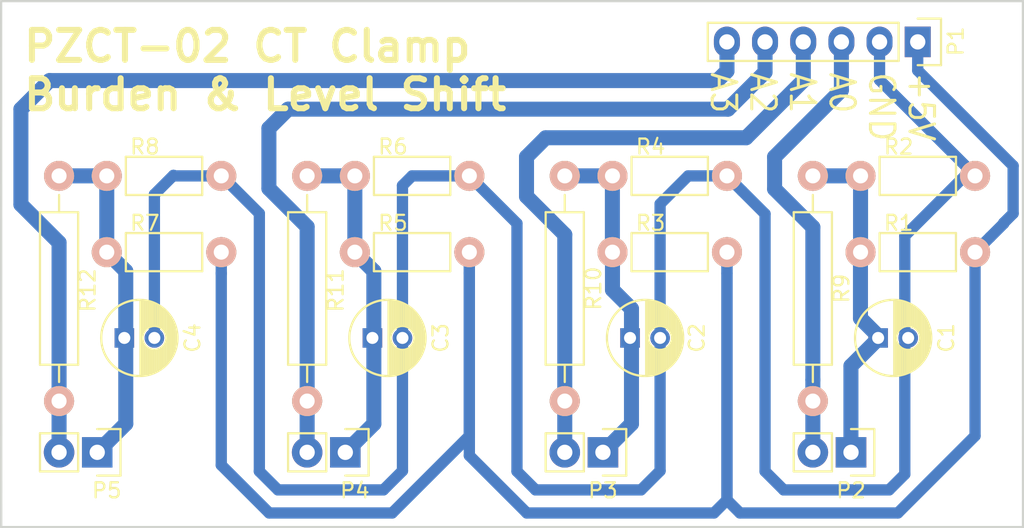
<source format=kicad_pcb>
(kicad_pcb (version 20160815) (host pcbnew "(2016-12-18 revision 3ffa37c)-master")

  (general
    (links 36)
    (no_connects 7)
    (area 50.056038 53.089999 118.20604 88.53013)
    (thickness 1.6)
    (drawings 6)
    (tracks 123)
    (zones 0)
    (modules 21)
    (nets 11)
  )

  (page A4)
  (layers
    (0 F.Cu signal)
    (31 B.Cu signal)
    (32 B.Adhes user)
    (33 F.Adhes user)
    (34 B.Paste user)
    (35 F.Paste user)
    (36 B.SilkS user)
    (37 F.SilkS user)
    (38 B.Mask user)
    (39 F.Mask user)
    (40 Dwgs.User user)
    (41 Cmts.User user)
    (42 Eco1.User user)
    (43 Eco2.User user)
    (44 Edge.Cuts user)
    (45 Margin user)
    (46 B.CrtYd user)
    (47 F.CrtYd user)
    (48 B.Fab user)
    (49 F.Fab user)
  )

  (setup
    (last_trace_width 0.75)
    (trace_clearance 0.75)
    (zone_clearance 0.508)
    (zone_45_only no)
    (trace_min 0.2)
    (segment_width 0.2)
    (edge_width 0.15)
    (via_size 0.8)
    (via_drill 0.4)
    (via_min_size 0.4)
    (via_min_drill 0.3)
    (uvia_size 0.3)
    (uvia_drill 0.1)
    (uvias_allowed no)
    (uvia_min_size 0.2)
    (uvia_min_drill 0.1)
    (pcb_text_width 0.3)
    (pcb_text_size 1.5 1.5)
    (mod_edge_width 0.15)
    (mod_text_size 1 1)
    (mod_text_width 0.15)
    (pad_size 1.524 1.524)
    (pad_drill 0.762)
    (pad_to_mask_clearance 0.2)
    (aux_axis_origin 111.125 50.165)
    (grid_origin 111.125 50.165)
    (visible_elements FFFFFF7F)
    (pcbplotparams
      (layerselection 0x00000_fffffffe)
      (usegerberextensions false)
      (excludeedgelayer false)
      (linewidth 0.100000)
      (plotframeref false)
      (viasonmask false)
      (mode 1)
      (useauxorigin false)
      (hpglpennumber 1)
      (hpglpenspeed 20)
      (hpglpendiameter 15)
      (psnegative false)
      (psa4output false)
      (plotreference false)
      (plotvalue false)
      (plotinvisibletext false)
      (padsonsilk false)
      (subtractmaskfromsilk false)
      (outputformat 5)
      (mirror false)
      (drillshape 1)
      (scaleselection 1)
      (outputdirectory ""))
  )

  (net 0 "")
  (net 1 +5V)
  (net 2 "Net-(C1-Pad1)")
  (net 3 GND)
  (net 4 "Net-(C2-Pad1)")
  (net 5 "Net-(C3-Pad1)")
  (net 6 "Net-(C4-Pad1)")
  (net 7 "Net-(P1-Pad3)")
  (net 8 "Net-(P1-Pad4)")
  (net 9 "Net-(P1-Pad5)")
  (net 10 "Net-(P1-Pad6)")

  (net_class Default "This is the default net class."
    (clearance 0.75)
    (trace_width 0.75)
    (via_dia 0.8)
    (via_drill 0.4)
    (uvia_dia 0.3)
    (uvia_drill 0.1)
    (diff_pair_gap 0.5)
    (diff_pair_width 0.75)
    (add_net +5V)
    (add_net GND)
  )

  (net_class HC ""
    (clearance 0.75)
    (trace_width 1)
    (via_dia 0.8)
    (via_drill 0.4)
    (uvia_dia 0.3)
    (uvia_drill 0.1)
    (diff_pair_gap 0.5)
    (diff_pair_width 1)
    (add_net "Net-(C1-Pad1)")
    (add_net "Net-(C2-Pad1)")
    (add_net "Net-(C3-Pad1)")
    (add_net "Net-(C4-Pad1)")
    (add_net "Net-(P1-Pad3)")
    (add_net "Net-(P1-Pad4)")
    (add_net "Net-(P1-Pad5)")
    (add_net "Net-(P1-Pad6)")
  )

  (module Capacitors_THT:C_Radial_D5_L11_P2 (layer F.Cu) (tedit 0) (tstamp 58DC0817)
    (at 108.49 75.601797)
    (descr "Radial Electrolytic Capacitor 5mm x Length 11mm, Pitch 2mm")
    (tags "Electrolytic Capacitor")
    (path /58D86A04)
    (fp_text reference C1 (at 4.54 0 90) (layer F.SilkS)
      (effects (font (size 1 1) (thickness 0.15)))
    )
    (fp_text value 10uF (at 1.365 3.81 180) (layer F.Fab)
      (effects (font (size 1 1) (thickness 0.15)))
    )
    (fp_line (start 1.075 -2.499) (end 1.075 2.499) (layer F.SilkS) (width 0.15))
    (fp_line (start 1.215 -2.491) (end 1.215 -0.154) (layer F.SilkS) (width 0.15))
    (fp_line (start 1.215 0.154) (end 1.215 2.491) (layer F.SilkS) (width 0.15))
    (fp_line (start 1.355 -2.475) (end 1.355 -0.473) (layer F.SilkS) (width 0.15))
    (fp_line (start 1.355 0.473) (end 1.355 2.475) (layer F.SilkS) (width 0.15))
    (fp_line (start 1.495 -2.451) (end 1.495 -0.62) (layer F.SilkS) (width 0.15))
    (fp_line (start 1.495 0.62) (end 1.495 2.451) (layer F.SilkS) (width 0.15))
    (fp_line (start 1.635 -2.418) (end 1.635 -0.712) (layer F.SilkS) (width 0.15))
    (fp_line (start 1.635 0.712) (end 1.635 2.418) (layer F.SilkS) (width 0.15))
    (fp_line (start 1.775 -2.377) (end 1.775 -0.768) (layer F.SilkS) (width 0.15))
    (fp_line (start 1.775 0.768) (end 1.775 2.377) (layer F.SilkS) (width 0.15))
    (fp_line (start 1.915 -2.327) (end 1.915 -0.795) (layer F.SilkS) (width 0.15))
    (fp_line (start 1.915 0.795) (end 1.915 2.327) (layer F.SilkS) (width 0.15))
    (fp_line (start 2.055 -2.266) (end 2.055 -0.798) (layer F.SilkS) (width 0.15))
    (fp_line (start 2.055 0.798) (end 2.055 2.266) (layer F.SilkS) (width 0.15))
    (fp_line (start 2.195 -2.196) (end 2.195 -0.776) (layer F.SilkS) (width 0.15))
    (fp_line (start 2.195 0.776) (end 2.195 2.196) (layer F.SilkS) (width 0.15))
    (fp_line (start 2.335 -2.114) (end 2.335 -0.726) (layer F.SilkS) (width 0.15))
    (fp_line (start 2.335 0.726) (end 2.335 2.114) (layer F.SilkS) (width 0.15))
    (fp_line (start 2.475 -2.019) (end 2.475 -0.644) (layer F.SilkS) (width 0.15))
    (fp_line (start 2.475 0.644) (end 2.475 2.019) (layer F.SilkS) (width 0.15))
    (fp_line (start 2.615 -1.908) (end 2.615 -0.512) (layer F.SilkS) (width 0.15))
    (fp_line (start 2.615 0.512) (end 2.615 1.908) (layer F.SilkS) (width 0.15))
    (fp_line (start 2.755 -1.78) (end 2.755 -0.265) (layer F.SilkS) (width 0.15))
    (fp_line (start 2.755 0.265) (end 2.755 1.78) (layer F.SilkS) (width 0.15))
    (fp_line (start 2.895 -1.631) (end 2.895 1.631) (layer F.SilkS) (width 0.15))
    (fp_line (start 3.035 -1.452) (end 3.035 1.452) (layer F.SilkS) (width 0.15))
    (fp_line (start 3.175 -1.233) (end 3.175 1.233) (layer F.SilkS) (width 0.15))
    (fp_line (start 3.315 -0.944) (end 3.315 0.944) (layer F.SilkS) (width 0.15))
    (fp_line (start 3.455 -0.472) (end 3.455 0.472) (layer F.SilkS) (width 0.15))
    (fp_circle (center 2 0) (end 2 -0.8) (layer F.SilkS) (width 0.15))
    (fp_circle (center 1 0) (end 1 -2.5375) (layer F.SilkS) (width 0.15))
    (fp_circle (center 1 0) (end 1 -2.8) (layer F.CrtYd) (width 0.05))
    (pad 1 thru_hole rect (at 0 0) (size 1.3 1.3) (drill 0.8) (layers *.Cu *.Mask)
      (net 2 "Net-(C1-Pad1)"))
    (pad 2 thru_hole circle (at 2 0) (size 1.3 1.3) (drill 0.8) (layers *.Cu *.Mask)
      (net 3 GND))
    (model Capacitors_ThroughHole.3dshapes/C_Radial_D5_L11_P2.wrl
      (at (xyz 0 0 0))
      (scale (xyz 1 1 1))
      (rotate (xyz 0 0 0))
    )
  )

  (module Capacitors_THT:C_Radial_D5_L11_P2 (layer F.Cu) (tedit 0) (tstamp 58DC08FD)
    (at 74.835 75.601797)
    (descr "Radial Electrolytic Capacitor 5mm x Length 11mm, Pitch 2mm")
    (tags "Electrolytic Capacitor")
    (path /58DC0807)
    (fp_text reference C3 (at 4.54 0 90) (layer F.SilkS)
      (effects (font (size 1 1) (thickness 0.15)))
    )
    (fp_text value 10uF (at 1.365 3.8) (layer F.Fab)
      (effects (font (size 1 1) (thickness 0.15)))
    )
    (fp_line (start 1.075 -2.499) (end 1.075 2.499) (layer F.SilkS) (width 0.15))
    (fp_line (start 1.215 -2.491) (end 1.215 -0.154) (layer F.SilkS) (width 0.15))
    (fp_line (start 1.215 0.154) (end 1.215 2.491) (layer F.SilkS) (width 0.15))
    (fp_line (start 1.355 -2.475) (end 1.355 -0.473) (layer F.SilkS) (width 0.15))
    (fp_line (start 1.355 0.473) (end 1.355 2.475) (layer F.SilkS) (width 0.15))
    (fp_line (start 1.495 -2.451) (end 1.495 -0.62) (layer F.SilkS) (width 0.15))
    (fp_line (start 1.495 0.62) (end 1.495 2.451) (layer F.SilkS) (width 0.15))
    (fp_line (start 1.635 -2.418) (end 1.635 -0.712) (layer F.SilkS) (width 0.15))
    (fp_line (start 1.635 0.712) (end 1.635 2.418) (layer F.SilkS) (width 0.15))
    (fp_line (start 1.775 -2.377) (end 1.775 -0.768) (layer F.SilkS) (width 0.15))
    (fp_line (start 1.775 0.768) (end 1.775 2.377) (layer F.SilkS) (width 0.15))
    (fp_line (start 1.915 -2.327) (end 1.915 -0.795) (layer F.SilkS) (width 0.15))
    (fp_line (start 1.915 0.795) (end 1.915 2.327) (layer F.SilkS) (width 0.15))
    (fp_line (start 2.055 -2.266) (end 2.055 -0.798) (layer F.SilkS) (width 0.15))
    (fp_line (start 2.055 0.798) (end 2.055 2.266) (layer F.SilkS) (width 0.15))
    (fp_line (start 2.195 -2.196) (end 2.195 -0.776) (layer F.SilkS) (width 0.15))
    (fp_line (start 2.195 0.776) (end 2.195 2.196) (layer F.SilkS) (width 0.15))
    (fp_line (start 2.335 -2.114) (end 2.335 -0.726) (layer F.SilkS) (width 0.15))
    (fp_line (start 2.335 0.726) (end 2.335 2.114) (layer F.SilkS) (width 0.15))
    (fp_line (start 2.475 -2.019) (end 2.475 -0.644) (layer F.SilkS) (width 0.15))
    (fp_line (start 2.475 0.644) (end 2.475 2.019) (layer F.SilkS) (width 0.15))
    (fp_line (start 2.615 -1.908) (end 2.615 -0.512) (layer F.SilkS) (width 0.15))
    (fp_line (start 2.615 0.512) (end 2.615 1.908) (layer F.SilkS) (width 0.15))
    (fp_line (start 2.755 -1.78) (end 2.755 -0.265) (layer F.SilkS) (width 0.15))
    (fp_line (start 2.755 0.265) (end 2.755 1.78) (layer F.SilkS) (width 0.15))
    (fp_line (start 2.895 -1.631) (end 2.895 1.631) (layer F.SilkS) (width 0.15))
    (fp_line (start 3.035 -1.452) (end 3.035 1.452) (layer F.SilkS) (width 0.15))
    (fp_line (start 3.175 -1.233) (end 3.175 1.233) (layer F.SilkS) (width 0.15))
    (fp_line (start 3.315 -0.944) (end 3.315 0.944) (layer F.SilkS) (width 0.15))
    (fp_line (start 3.455 -0.472) (end 3.455 0.472) (layer F.SilkS) (width 0.15))
    (fp_circle (center 2 0) (end 2 -0.8) (layer F.SilkS) (width 0.15))
    (fp_circle (center 1 0) (end 1 -2.5375) (layer F.SilkS) (width 0.15))
    (fp_circle (center 1 0) (end 1 -2.8) (layer F.CrtYd) (width 0.05))
    (pad 1 thru_hole rect (at 0 0) (size 1.3 1.3) (drill 0.8) (layers *.Cu *.Mask)
      (net 5 "Net-(C3-Pad1)"))
    (pad 2 thru_hole circle (at 2 0) (size 1.3 1.3) (drill 0.8) (layers *.Cu *.Mask)
      (net 3 GND))
    (model Capacitors_ThroughHole.3dshapes/C_Radial_D5_L11_P2.wrl
      (at (xyz 0 0 0))
      (scale (xyz 1 1 1))
      (rotate (xyz 0 0 0))
    )
  )

  (module Pin_Headers:Pin_Header_Straight_1x02 (layer F.Cu) (tedit 58DC1306) (tstamp 58DC073D)
    (at 106.686039 83.221797 270)
    (descr "Through hole pin header")
    (tags "pin header")
    (path /58D8664C)
    (fp_text reference P2 (at 2.54 0) (layer F.SilkS)
      (effects (font (size 1 1) (thickness 0.15)))
    )
    (fp_text value CONN_01X02 (at 2.54 5.08) (layer F.Fab) hide
      (effects (font (size 1 1) (thickness 0.15)))
    )
    (fp_line (start 1.27 1.27) (end 1.27 3.81) (layer F.SilkS) (width 0.15))
    (fp_line (start 1.55 -1.55) (end 1.55 0) (layer F.SilkS) (width 0.15))
    (fp_line (start -1.75 -1.75) (end -1.75 4.3) (layer F.CrtYd) (width 0.05))
    (fp_line (start 1.75 -1.75) (end 1.75 4.3) (layer F.CrtYd) (width 0.05))
    (fp_line (start -1.75 -1.75) (end 1.75 -1.75) (layer F.CrtYd) (width 0.05))
    (fp_line (start -1.75 4.3) (end 1.75 4.3) (layer F.CrtYd) (width 0.05))
    (fp_line (start 1.27 1.27) (end -1.27 1.27) (layer F.SilkS) (width 0.15))
    (fp_line (start -1.55 0) (end -1.55 -1.55) (layer F.SilkS) (width 0.15))
    (fp_line (start -1.55 -1.55) (end 1.55 -1.55) (layer F.SilkS) (width 0.15))
    (fp_line (start -1.27 1.27) (end -1.27 3.81) (layer F.SilkS) (width 0.15))
    (fp_line (start -1.27 3.81) (end 1.27 3.81) (layer F.SilkS) (width 0.15))
    (pad 1 thru_hole rect (at 0 0 270) (size 2.032 2.032) (drill 1.016) (layers *.Cu *.Mask)
      (net 2 "Net-(C1-Pad1)"))
    (pad 2 thru_hole oval (at 0 2.54 270) (size 2.032 2.032) (drill 1.016) (layers *.Cu *.Mask)
      (net 7 "Net-(P1-Pad3)"))
    (model Pin_Headers.3dshapes/Pin_Header_Straight_1x02.wrl
      (at (xyz 0 -0.05 0))
      (scale (xyz 1 1 1))
      (rotate (xyz 0 0 90))
    )
  )

  (module Resistors_THT:Resistor_Horizontal_RM7mm (layer F.Cu) (tedit 569FCF07) (tstamp 58DC052D)
    (at 107.321039 64.806797)
    (descr "Resistor, Axial,  RM 7.62mm, 1/3W,")
    (tags "Resistor Axial RM 7.62mm 1/3W R3")
    (path /58D86BA9)
    (fp_text reference R2 (at 2.533961 -1.941797) (layer F.SilkS)
      (effects (font (size 1 1) (thickness 0.15)))
    )
    (fp_text value 10K (at 3.81 0) (layer F.Fab)
      (effects (font (size 1 1) (thickness 0.15)))
    )
    (fp_line (start 1.27 1.27) (end 1.27 -1.27) (layer F.SilkS) (width 0.15))
    (fp_line (start 6.35 1.27) (end 1.27 1.27) (layer F.SilkS) (width 0.15))
    (fp_line (start 6.35 -1.27) (end 6.35 1.27) (layer F.SilkS) (width 0.15))
    (fp_line (start 1.27 -1.27) (end 6.35 -1.27) (layer F.SilkS) (width 0.15))
    (fp_line (start -1.25 1.5) (end 8.85 1.5) (layer F.CrtYd) (width 0.05))
    (fp_line (start 8.85 -1.5) (end 8.85 1.5) (layer F.CrtYd) (width 0.05))
    (fp_line (start -1.25 1.5) (end -1.25 -1.5) (layer F.CrtYd) (width 0.05))
    (fp_line (start -1.25 -1.5) (end 8.85 -1.5) (layer F.CrtYd) (width 0.05))
    (pad 2 thru_hole circle (at 7.62 0) (size 1.99898 1.99898) (drill 1.00076) (layers *.Cu *.SilkS *.Mask)
      (net 3 GND))
    (pad 1 thru_hole circle (at 0 0) (size 1.99898 1.99898) (drill 1.00076) (layers *.Cu *.SilkS *.Mask)
      (net 2 "Net-(C1-Pad1)"))
  )

  (module Capacitors_THT:C_Radial_D5_L11_P2 (layer F.Cu) (tedit 58DC0866) (tstamp 58DC0970)
    (at 58.325 75.601797)
    (descr "Radial Electrolytic Capacitor 5mm x Length 11mm, Pitch 2mm")
    (tags "Electrolytic Capacitor")
    (path /58DC09D4)
    (fp_text reference C4 (at 4.54 0 90) (layer F.SilkS)
      (effects (font (size 1 1) (thickness 0.15)))
    )
    (fp_text value 10uF (at 1 3.8) (layer F.Fab)
      (effects (font (size 1 1) (thickness 0.15)))
    )
    (fp_circle (center 1 0) (end 1 -2.8) (layer F.CrtYd) (width 0.05))
    (fp_circle (center 1 0) (end 1 -2.5375) (layer F.SilkS) (width 0.15))
    (fp_circle (center 2 0) (end 2 -0.8) (layer F.SilkS) (width 0.15))
    (fp_line (start 3.455 -0.472) (end 3.455 0.472) (layer F.SilkS) (width 0.15))
    (fp_line (start 3.315 -0.944) (end 3.315 0.944) (layer F.SilkS) (width 0.15))
    (fp_line (start 3.175 -1.233) (end 3.175 1.233) (layer F.SilkS) (width 0.15))
    (fp_line (start 3.035 -1.452) (end 3.035 1.452) (layer F.SilkS) (width 0.15))
    (fp_line (start 2.895 -1.631) (end 2.895 1.631) (layer F.SilkS) (width 0.15))
    (fp_line (start 2.755 0.265) (end 2.755 1.78) (layer F.SilkS) (width 0.15))
    (fp_line (start 2.755 -1.78) (end 2.755 -0.265) (layer F.SilkS) (width 0.15))
    (fp_line (start 2.615 0.512) (end 2.615 1.908) (layer F.SilkS) (width 0.15))
    (fp_line (start 2.615 -1.908) (end 2.615 -0.512) (layer F.SilkS) (width 0.15))
    (fp_line (start 2.475 0.644) (end 2.475 2.019) (layer F.SilkS) (width 0.15))
    (fp_line (start 2.475 -2.019) (end 2.475 -0.644) (layer F.SilkS) (width 0.15))
    (fp_line (start 2.335 0.726) (end 2.335 2.114) (layer F.SilkS) (width 0.15))
    (fp_line (start 2.335 -2.114) (end 2.335 -0.726) (layer F.SilkS) (width 0.15))
    (fp_line (start 2.195 0.776) (end 2.195 2.196) (layer F.SilkS) (width 0.15))
    (fp_line (start 2.195 -2.196) (end 2.195 -0.776) (layer F.SilkS) (width 0.15))
    (fp_line (start 2.055 0.798) (end 2.055 2.266) (layer F.SilkS) (width 0.15))
    (fp_line (start 2.055 -2.266) (end 2.055 -0.798) (layer F.SilkS) (width 0.15))
    (fp_line (start 1.915 0.795) (end 1.915 2.327) (layer F.SilkS) (width 0.15))
    (fp_line (start 1.915 -2.327) (end 1.915 -0.795) (layer F.SilkS) (width 0.15))
    (fp_line (start 1.775 0.768) (end 1.775 2.377) (layer F.SilkS) (width 0.15))
    (fp_line (start 1.775 -2.377) (end 1.775 -0.768) (layer F.SilkS) (width 0.15))
    (fp_line (start 1.635 0.712) (end 1.635 2.418) (layer F.SilkS) (width 0.15))
    (fp_line (start 1.635 -2.418) (end 1.635 -0.712) (layer F.SilkS) (width 0.15))
    (fp_line (start 1.495 0.62) (end 1.495 2.451) (layer F.SilkS) (width 0.15))
    (fp_line (start 1.495 -2.451) (end 1.495 -0.62) (layer F.SilkS) (width 0.15))
    (fp_line (start 1.355 0.473) (end 1.355 2.475) (layer F.SilkS) (width 0.15))
    (fp_line (start 1.355 -2.475) (end 1.355 -0.473) (layer F.SilkS) (width 0.15))
    (fp_line (start 1.215 0.154) (end 1.215 2.491) (layer F.SilkS) (width 0.15))
    (fp_line (start 1.215 -2.491) (end 1.215 -0.154) (layer F.SilkS) (width 0.15))
    (fp_line (start 1.075 -2.499) (end 1.075 2.499) (layer F.SilkS) (width 0.15))
    (pad 2 thru_hole circle (at 2 0) (size 1.3 1.3) (drill 0.8) (layers *.Cu *.Mask)
      (net 3 GND))
    (pad 1 thru_hole rect (at 0 0) (size 1.3 1.3) (drill 0.8) (layers *.Cu *.Mask)
      (net 6 "Net-(C4-Pad1)"))
    (model Capacitors_ThroughHole.3dshapes/C_Radial_D5_L11_P2.wrl
      (at (xyz 0 0 0))
      (scale (xyz 1 1 1))
      (rotate (xyz 0 0 0))
    )
  )

  (module Capacitors_THT:C_Radial_D5_L11_P2 (layer F.Cu) (tedit 0) (tstamp 58DC088A)
    (at 91.98 75.601797)
    (descr "Radial Electrolytic Capacitor 5mm x Length 11mm, Pitch 2mm")
    (tags "Electrolytic Capacitor")
    (path /58DC01BA)
    (fp_text reference C2 (at 4.445 0 90) (layer F.SilkS)
      (effects (font (size 1 1) (thickness 0.15)))
    )
    (fp_text value 10uF (at 1.27 3.81) (layer F.Fab)
      (effects (font (size 1 1) (thickness 0.15)))
    )
    (fp_line (start 1.075 -2.499) (end 1.075 2.499) (layer F.SilkS) (width 0.15))
    (fp_line (start 1.215 -2.491) (end 1.215 -0.154) (layer F.SilkS) (width 0.15))
    (fp_line (start 1.215 0.154) (end 1.215 2.491) (layer F.SilkS) (width 0.15))
    (fp_line (start 1.355 -2.475) (end 1.355 -0.473) (layer F.SilkS) (width 0.15))
    (fp_line (start 1.355 0.473) (end 1.355 2.475) (layer F.SilkS) (width 0.15))
    (fp_line (start 1.495 -2.451) (end 1.495 -0.62) (layer F.SilkS) (width 0.15))
    (fp_line (start 1.495 0.62) (end 1.495 2.451) (layer F.SilkS) (width 0.15))
    (fp_line (start 1.635 -2.418) (end 1.635 -0.712) (layer F.SilkS) (width 0.15))
    (fp_line (start 1.635 0.712) (end 1.635 2.418) (layer F.SilkS) (width 0.15))
    (fp_line (start 1.775 -2.377) (end 1.775 -0.768) (layer F.SilkS) (width 0.15))
    (fp_line (start 1.775 0.768) (end 1.775 2.377) (layer F.SilkS) (width 0.15))
    (fp_line (start 1.915 -2.327) (end 1.915 -0.795) (layer F.SilkS) (width 0.15))
    (fp_line (start 1.915 0.795) (end 1.915 2.327) (layer F.SilkS) (width 0.15))
    (fp_line (start 2.055 -2.266) (end 2.055 -0.798) (layer F.SilkS) (width 0.15))
    (fp_line (start 2.055 0.798) (end 2.055 2.266) (layer F.SilkS) (width 0.15))
    (fp_line (start 2.195 -2.196) (end 2.195 -0.776) (layer F.SilkS) (width 0.15))
    (fp_line (start 2.195 0.776) (end 2.195 2.196) (layer F.SilkS) (width 0.15))
    (fp_line (start 2.335 -2.114) (end 2.335 -0.726) (layer F.SilkS) (width 0.15))
    (fp_line (start 2.335 0.726) (end 2.335 2.114) (layer F.SilkS) (width 0.15))
    (fp_line (start 2.475 -2.019) (end 2.475 -0.644) (layer F.SilkS) (width 0.15))
    (fp_line (start 2.475 0.644) (end 2.475 2.019) (layer F.SilkS) (width 0.15))
    (fp_line (start 2.615 -1.908) (end 2.615 -0.512) (layer F.SilkS) (width 0.15))
    (fp_line (start 2.615 0.512) (end 2.615 1.908) (layer F.SilkS) (width 0.15))
    (fp_line (start 2.755 -1.78) (end 2.755 -0.265) (layer F.SilkS) (width 0.15))
    (fp_line (start 2.755 0.265) (end 2.755 1.78) (layer F.SilkS) (width 0.15))
    (fp_line (start 2.895 -1.631) (end 2.895 1.631) (layer F.SilkS) (width 0.15))
    (fp_line (start 3.035 -1.452) (end 3.035 1.452) (layer F.SilkS) (width 0.15))
    (fp_line (start 3.175 -1.233) (end 3.175 1.233) (layer F.SilkS) (width 0.15))
    (fp_line (start 3.315 -0.944) (end 3.315 0.944) (layer F.SilkS) (width 0.15))
    (fp_line (start 3.455 -0.472) (end 3.455 0.472) (layer F.SilkS) (width 0.15))
    (fp_circle (center 2 0) (end 2 -0.8) (layer F.SilkS) (width 0.15))
    (fp_circle (center 1 0) (end 1 -2.5375) (layer F.SilkS) (width 0.15))
    (fp_circle (center 1 0) (end 1 -2.8) (layer F.CrtYd) (width 0.05))
    (pad 1 thru_hole rect (at 0 0) (size 1.3 1.3) (drill 0.8) (layers *.Cu *.Mask)
      (net 4 "Net-(C2-Pad1)"))
    (pad 2 thru_hole circle (at 2 0) (size 1.3 1.3) (drill 0.8) (layers *.Cu *.Mask)
      (net 3 GND))
    (model Capacitors_ThroughHole.3dshapes/C_Radial_D5_L11_P2.wrl
      (at (xyz 0 0 0))
      (scale (xyz 1 1 1))
      (rotate (xyz 0 0 0))
    )
  )

  (module Pin_Headers:Pin_Header_Straight_1x02 (layer F.Cu) (tedit 58DC138E) (tstamp 58DC07D0)
    (at 56.521039 83.221797 270)
    (descr "Through hole pin header")
    (tags "pin header")
    (path /58DBFCCB)
    (fp_text reference P5 (at 2.54 -0.635) (layer F.SilkS)
      (effects (font (size 1 1) (thickness 0.15)))
    )
    (fp_text value CONN_01X02 (at 0 -3.1 270) (layer F.Fab) hide
      (effects (font (size 1 1) (thickness 0.15)))
    )
    (fp_line (start -1.27 3.81) (end 1.27 3.81) (layer F.SilkS) (width 0.15))
    (fp_line (start -1.27 1.27) (end -1.27 3.81) (layer F.SilkS) (width 0.15))
    (fp_line (start -1.55 -1.55) (end 1.55 -1.55) (layer F.SilkS) (width 0.15))
    (fp_line (start -1.55 0) (end -1.55 -1.55) (layer F.SilkS) (width 0.15))
    (fp_line (start 1.27 1.27) (end -1.27 1.27) (layer F.SilkS) (width 0.15))
    (fp_line (start -1.75 4.3) (end 1.75 4.3) (layer F.CrtYd) (width 0.05))
    (fp_line (start -1.75 -1.75) (end 1.75 -1.75) (layer F.CrtYd) (width 0.05))
    (fp_line (start 1.75 -1.75) (end 1.75 4.3) (layer F.CrtYd) (width 0.05))
    (fp_line (start -1.75 -1.75) (end -1.75 4.3) (layer F.CrtYd) (width 0.05))
    (fp_line (start 1.55 -1.55) (end 1.55 0) (layer F.SilkS) (width 0.15))
    (fp_line (start 1.27 1.27) (end 1.27 3.81) (layer F.SilkS) (width 0.15))
    (pad 2 thru_hole oval (at 0 2.54 270) (size 2.032 2.032) (drill 1.016) (layers *.Cu *.Mask)
      (net 10 "Net-(P1-Pad6)"))
    (pad 1 thru_hole rect (at 0 0 270) (size 2.032 2.032) (drill 1.016) (layers *.Cu *.Mask)
      (net 6 "Net-(C4-Pad1)"))
    (model Pin_Headers.3dshapes/Pin_Header_Straight_1x02.wrl
      (at (xyz 0 -0.05 0))
      (scale (xyz 1 1 1))
      (rotate (xyz 0 0 90))
    )
  )

  (module Pin_Headers:Pin_Header_Straight_1x02 (layer F.Cu) (tedit 58DC1360) (tstamp 58DC079F)
    (at 73.031039 83.221797 270)
    (descr "Through hole pin header")
    (tags "pin header")
    (path /58DBFC7D)
    (fp_text reference P4 (at 2.54 -0.635) (layer F.SilkS)
      (effects (font (size 1 1) (thickness 0.15)))
    )
    (fp_text value CONN_01X02 (at 0 -3.1 270) (layer F.Fab) hide
      (effects (font (size 1 1) (thickness 0.15)))
    )
    (fp_line (start 1.27 1.27) (end 1.27 3.81) (layer F.SilkS) (width 0.15))
    (fp_line (start 1.55 -1.55) (end 1.55 0) (layer F.SilkS) (width 0.15))
    (fp_line (start -1.75 -1.75) (end -1.75 4.3) (layer F.CrtYd) (width 0.05))
    (fp_line (start 1.75 -1.75) (end 1.75 4.3) (layer F.CrtYd) (width 0.05))
    (fp_line (start -1.75 -1.75) (end 1.75 -1.75) (layer F.CrtYd) (width 0.05))
    (fp_line (start -1.75 4.3) (end 1.75 4.3) (layer F.CrtYd) (width 0.05))
    (fp_line (start 1.27 1.27) (end -1.27 1.27) (layer F.SilkS) (width 0.15))
    (fp_line (start -1.55 0) (end -1.55 -1.55) (layer F.SilkS) (width 0.15))
    (fp_line (start -1.55 -1.55) (end 1.55 -1.55) (layer F.SilkS) (width 0.15))
    (fp_line (start -1.27 1.27) (end -1.27 3.81) (layer F.SilkS) (width 0.15))
    (fp_line (start -1.27 3.81) (end 1.27 3.81) (layer F.SilkS) (width 0.15))
    (pad 1 thru_hole rect (at 0 0 270) (size 2.032 2.032) (drill 1.016) (layers *.Cu *.Mask)
      (net 5 "Net-(C3-Pad1)"))
    (pad 2 thru_hole oval (at 0 2.54 270) (size 2.032 2.032) (drill 1.016) (layers *.Cu *.Mask)
      (net 9 "Net-(P1-Pad5)"))
    (model Pin_Headers.3dshapes/Pin_Header_Straight_1x02.wrl
      (at (xyz 0 -0.05 0))
      (scale (xyz 1 1 1))
      (rotate (xyz 0 0 90))
    )
  )

  (module Pin_Headers:Pin_Header_Straight_1x02 (layer F.Cu) (tedit 58DC132F) (tstamp 58DC076E)
    (at 90.176039 83.221797 270)
    (descr "Through hole pin header")
    (tags "pin header")
    (path /58DBFC06)
    (fp_text reference P3 (at 2.54 0) (layer F.SilkS)
      (effects (font (size 1 1) (thickness 0.15)))
    )
    (fp_text value CONN_01X02 (at 0 -3.1 270) (layer F.Fab) hide
      (effects (font (size 1 1) (thickness 0.15)))
    )
    (fp_line (start -1.27 3.81) (end 1.27 3.81) (layer F.SilkS) (width 0.15))
    (fp_line (start -1.27 1.27) (end -1.27 3.81) (layer F.SilkS) (width 0.15))
    (fp_line (start -1.55 -1.55) (end 1.55 -1.55) (layer F.SilkS) (width 0.15))
    (fp_line (start -1.55 0) (end -1.55 -1.55) (layer F.SilkS) (width 0.15))
    (fp_line (start 1.27 1.27) (end -1.27 1.27) (layer F.SilkS) (width 0.15))
    (fp_line (start -1.75 4.3) (end 1.75 4.3) (layer F.CrtYd) (width 0.05))
    (fp_line (start -1.75 -1.75) (end 1.75 -1.75) (layer F.CrtYd) (width 0.05))
    (fp_line (start 1.75 -1.75) (end 1.75 4.3) (layer F.CrtYd) (width 0.05))
    (fp_line (start -1.75 -1.75) (end -1.75 4.3) (layer F.CrtYd) (width 0.05))
    (fp_line (start 1.55 -1.55) (end 1.55 0) (layer F.SilkS) (width 0.15))
    (fp_line (start 1.27 1.27) (end 1.27 3.81) (layer F.SilkS) (width 0.15))
    (pad 2 thru_hole oval (at 0 2.54 270) (size 2.032 2.032) (drill 1.016) (layers *.Cu *.Mask)
      (net 8 "Net-(P1-Pad4)"))
    (pad 1 thru_hole rect (at 0 0 270) (size 2.032 2.032) (drill 1.016) (layers *.Cu *.Mask)
      (net 4 "Net-(C2-Pad1)"))
    (model Pin_Headers.3dshapes/Pin_Header_Straight_1x02.wrl
      (at (xyz 0 -0.05 0))
      (scale (xyz 1 1 1))
      (rotate (xyz 0 0 90))
    )
  )

  (module Pin_Headers:Pin_Header_Straight_1x06 (layer F.Cu) (tedit 58DC1613) (tstamp 58DC0704)
    (at 111.125 55.88 270)
    (descr "Through hole pin header")
    (tags "pin header")
    (path /58DC1AC0)
    (fp_text reference P1 (at -0.036797 -2.533961 270) (layer F.SilkS)
      (effects (font (size 1 1) (thickness 0.15)))
    )
    (fp_text value CONN_01X06 (at 2.54 6.35) (layer F.Fab) hide
      (effects (font (size 1 1) (thickness 0.15)))
    )
    (fp_line (start -1.75 -1.75) (end -1.75 14.45) (layer F.CrtYd) (width 0.05))
    (fp_line (start 1.75 -1.75) (end 1.75 14.45) (layer F.CrtYd) (width 0.05))
    (fp_line (start -1.75 -1.75) (end 1.75 -1.75) (layer F.CrtYd) (width 0.05))
    (fp_line (start -1.75 14.45) (end 1.75 14.45) (layer F.CrtYd) (width 0.05))
    (fp_line (start 1.27 1.27) (end 1.27 13.97) (layer F.SilkS) (width 0.15))
    (fp_line (start 1.27 13.97) (end -1.27 13.97) (layer F.SilkS) (width 0.15))
    (fp_line (start -1.27 13.97) (end -1.27 1.27) (layer F.SilkS) (width 0.15))
    (fp_line (start 1.55 -1.55) (end 1.55 0) (layer F.SilkS) (width 0.15))
    (fp_line (start 1.27 1.27) (end -1.27 1.27) (layer F.SilkS) (width 0.15))
    (fp_line (start -1.55 0) (end -1.55 -1.55) (layer F.SilkS) (width 0.15))
    (fp_line (start -1.55 -1.55) (end 1.55 -1.55) (layer F.SilkS) (width 0.15))
    (pad 1 thru_hole rect (at 0 0 270) (size 2.032 1.7272) (drill 1.016) (layers *.Cu *.Mask)
      (net 1 +5V))
    (pad 2 thru_hole oval (at 0 2.54 270) (size 2.032 1.7272) (drill 1.016) (layers *.Cu *.Mask)
      (net 3 GND))
    (pad 3 thru_hole oval (at 0 5.08 270) (size 2.032 1.7272) (drill 1.016) (layers *.Cu *.Mask)
      (net 7 "Net-(P1-Pad3)"))
    (pad 4 thru_hole oval (at 0 7.62 270) (size 2.032 1.7272) (drill 1.016) (layers *.Cu *.Mask)
      (net 8 "Net-(P1-Pad4)"))
    (pad 5 thru_hole oval (at 0 10.16 270) (size 2.032 1.7272) (drill 1.016) (layers *.Cu *.Mask)
      (net 9 "Net-(P1-Pad5)"))
    (pad 6 thru_hole oval (at 0 12.7 270) (size 2.032 1.7272) (drill 1.016) (layers *.Cu *.Mask)
      (net 10 "Net-(P1-Pad6)"))
    (model Pin_Headers.3dshapes/Pin_Header_Straight_1x06.wrl
      (at (xyz 0 -0.25 0))
      (scale (xyz 1 1 1))
      (rotate (xyz 0 0 90))
    )
  )

  (module Resistors_THT:Resistor_Horizontal_RM15mm (layer F.Cu) (tedit 569FCEE8) (tstamp 58DC06D1)
    (at 53.981039 64.806797 270)
    (descr "Resistor, Axial, RM 15mm,")
    (tags "Resistor Axial RM 15mm")
    (path /58DBFCD1)
    (fp_text reference R12 (at 7.62 -1.905 270) (layer F.SilkS)
      (effects (font (size 1 1) (thickness 0.15)))
    )
    (fp_text value 18 (at 7.62 0 270) (layer F.Fab)
      (effects (font (size 1 1) (thickness 0.15)))
    )
    (fp_line (start 1.27 0) (end 2.42 0) (layer F.SilkS) (width 0.15))
    (fp_line (start 13.73 0) (end 12.58 0) (layer F.SilkS) (width 0.15))
    (fp_line (start 12.58 -1.27) (end 2.42 -1.27) (layer F.SilkS) (width 0.15))
    (fp_line (start 12.58 1.27) (end 12.58 -1.27) (layer F.SilkS) (width 0.15))
    (fp_line (start 2.42 1.27) (end 12.58 1.27) (layer F.SilkS) (width 0.15))
    (fp_line (start 2.42 -1.27) (end 2.42 1.27) (layer F.SilkS) (width 0.15))
    (fp_line (start 16.25 1.5) (end -1.25 1.5) (layer F.CrtYd) (width 0.05))
    (fp_line (start 16.25 -1.5) (end 16.25 1.5) (layer F.CrtYd) (width 0.05))
    (fp_line (start -1.25 -1.5) (end 16.25 -1.5) (layer F.CrtYd) (width 0.05))
    (fp_line (start -1.25 1.5) (end -1.25 -1.5) (layer F.CrtYd) (width 0.05))
    (pad 2 thru_hole circle (at 15 0 270) (size 1.99898 1.99898) (drill 1.00076) (layers *.Cu *.SilkS *.Mask)
      (net 10 "Net-(P1-Pad6)"))
    (pad 1 thru_hole circle (at 0 0 270) (size 1.99898 1.99898) (drill 1.00076) (layers *.Cu *.SilkS *.Mask)
      (net 6 "Net-(C4-Pad1)"))
    (model Resistors_ThroughHole.3dshapes/Resistor_Horizontal_RM15mm.wrl
      (at (xyz 0.295 0 0))
      (scale (xyz 0.395 0.4 0.4))
      (rotate (xyz 0 0 0))
    )
  )

  (module Resistors_THT:Resistor_Horizontal_RM15mm (layer F.Cu) (tedit 569FCEE8) (tstamp 58DC06A3)
    (at 70.491039 64.806797 270)
    (descr "Resistor, Axial, RM 15mm,")
    (tags "Resistor Axial RM 15mm")
    (path /58DBFC83)
    (fp_text reference R11 (at 7.62 -1.905 270) (layer F.SilkS)
      (effects (font (size 1 1) (thickness 0.15)))
    )
    (fp_text value 18 (at 7.62 0 270) (layer F.Fab)
      (effects (font (size 1 1) (thickness 0.15)))
    )
    (fp_line (start -1.25 1.5) (end -1.25 -1.5) (layer F.CrtYd) (width 0.05))
    (fp_line (start -1.25 -1.5) (end 16.25 -1.5) (layer F.CrtYd) (width 0.05))
    (fp_line (start 16.25 -1.5) (end 16.25 1.5) (layer F.CrtYd) (width 0.05))
    (fp_line (start 16.25 1.5) (end -1.25 1.5) (layer F.CrtYd) (width 0.05))
    (fp_line (start 2.42 -1.27) (end 2.42 1.27) (layer F.SilkS) (width 0.15))
    (fp_line (start 2.42 1.27) (end 12.58 1.27) (layer F.SilkS) (width 0.15))
    (fp_line (start 12.58 1.27) (end 12.58 -1.27) (layer F.SilkS) (width 0.15))
    (fp_line (start 12.58 -1.27) (end 2.42 -1.27) (layer F.SilkS) (width 0.15))
    (fp_line (start 13.73 0) (end 12.58 0) (layer F.SilkS) (width 0.15))
    (fp_line (start 1.27 0) (end 2.42 0) (layer F.SilkS) (width 0.15))
    (pad 1 thru_hole circle (at 0 0 270) (size 1.99898 1.99898) (drill 1.00076) (layers *.Cu *.SilkS *.Mask)
      (net 5 "Net-(C3-Pad1)"))
    (pad 2 thru_hole circle (at 15 0 270) (size 1.99898 1.99898) (drill 1.00076) (layers *.Cu *.SilkS *.Mask)
      (net 9 "Net-(P1-Pad5)"))
    (model Resistors_ThroughHole.3dshapes/Resistor_Horizontal_RM15mm.wrl
      (at (xyz 0.295 0 0))
      (scale (xyz 0.395 0.4 0.4))
      (rotate (xyz 0 0 0))
    )
  )

  (module Resistors_THT:Resistor_Horizontal_RM15mm (layer F.Cu) (tedit 569FCEE8) (tstamp 58DC0675)
    (at 87.636039 64.806797 270)
    (descr "Resistor, Axial, RM 15mm,")
    (tags "Resistor Axial RM 15mm")
    (path /58DBFC0C)
    (fp_text reference R10 (at 7.5 -1.905 270) (layer F.SilkS)
      (effects (font (size 1 1) (thickness 0.15)))
    )
    (fp_text value 18 (at 7.5 0 270) (layer F.Fab)
      (effects (font (size 1 1) (thickness 0.15)))
    )
    (fp_line (start 1.27 0) (end 2.42 0) (layer F.SilkS) (width 0.15))
    (fp_line (start 13.73 0) (end 12.58 0) (layer F.SilkS) (width 0.15))
    (fp_line (start 12.58 -1.27) (end 2.42 -1.27) (layer F.SilkS) (width 0.15))
    (fp_line (start 12.58 1.27) (end 12.58 -1.27) (layer F.SilkS) (width 0.15))
    (fp_line (start 2.42 1.27) (end 12.58 1.27) (layer F.SilkS) (width 0.15))
    (fp_line (start 2.42 -1.27) (end 2.42 1.27) (layer F.SilkS) (width 0.15))
    (fp_line (start 16.25 1.5) (end -1.25 1.5) (layer F.CrtYd) (width 0.05))
    (fp_line (start 16.25 -1.5) (end 16.25 1.5) (layer F.CrtYd) (width 0.05))
    (fp_line (start -1.25 -1.5) (end 16.25 -1.5) (layer F.CrtYd) (width 0.05))
    (fp_line (start -1.25 1.5) (end -1.25 -1.5) (layer F.CrtYd) (width 0.05))
    (pad 2 thru_hole circle (at 15 0 270) (size 1.99898 1.99898) (drill 1.00076) (layers *.Cu *.SilkS *.Mask)
      (net 8 "Net-(P1-Pad4)"))
    (pad 1 thru_hole circle (at 0 0 270) (size 1.99898 1.99898) (drill 1.00076) (layers *.Cu *.SilkS *.Mask)
      (net 4 "Net-(C2-Pad1)"))
    (model Resistors_ThroughHole.3dshapes/Resistor_Horizontal_RM15mm.wrl
      (at (xyz 0.295 0 0))
      (scale (xyz 0.395 0.4 0.4))
      (rotate (xyz 0 0 0))
    )
  )

  (module Resistors_THT:Resistor_Horizontal_RM15mm (layer F.Cu) (tedit 569FCEE8) (tstamp 58DC0647)
    (at 104.146039 64.806797 270)
    (descr "Resistor, Axial, RM 15mm,")
    (tags "Resistor Axial RM 15mm")
    (path /58D867E3)
    (fp_text reference R9 (at 7.5 -1.905 270) (layer F.SilkS)
      (effects (font (size 1 1) (thickness 0.15)))
    )
    (fp_text value 18 (at 7.5 0 270) (layer F.Fab)
      (effects (font (size 1 1) (thickness 0.15)))
    )
    (fp_line (start -1.25 1.5) (end -1.25 -1.5) (layer F.CrtYd) (width 0.05))
    (fp_line (start -1.25 -1.5) (end 16.25 -1.5) (layer F.CrtYd) (width 0.05))
    (fp_line (start 16.25 -1.5) (end 16.25 1.5) (layer F.CrtYd) (width 0.05))
    (fp_line (start 16.25 1.5) (end -1.25 1.5) (layer F.CrtYd) (width 0.05))
    (fp_line (start 2.42 -1.27) (end 2.42 1.27) (layer F.SilkS) (width 0.15))
    (fp_line (start 2.42 1.27) (end 12.58 1.27) (layer F.SilkS) (width 0.15))
    (fp_line (start 12.58 1.27) (end 12.58 -1.27) (layer F.SilkS) (width 0.15))
    (fp_line (start 12.58 -1.27) (end 2.42 -1.27) (layer F.SilkS) (width 0.15))
    (fp_line (start 13.73 0) (end 12.58 0) (layer F.SilkS) (width 0.15))
    (fp_line (start 1.27 0) (end 2.42 0) (layer F.SilkS) (width 0.15))
    (pad 1 thru_hole circle (at 0 0 270) (size 1.99898 1.99898) (drill 1.00076) (layers *.Cu *.SilkS *.Mask)
      (net 2 "Net-(C1-Pad1)"))
    (pad 2 thru_hole circle (at 15 0 270) (size 1.99898 1.99898) (drill 1.00076) (layers *.Cu *.SilkS *.Mask)
      (net 7 "Net-(P1-Pad3)"))
    (model Resistors_ThroughHole.3dshapes/Resistor_Horizontal_RM15mm.wrl
      (at (xyz 0.295 0 0))
      (scale (xyz 0.395 0.4 0.4))
      (rotate (xyz 0 0 0))
    )
  )

  (module Resistors_THT:Resistor_Horizontal_RM7mm (layer F.Cu) (tedit 569FCF07) (tstamp 58DC061D)
    (at 57.156039 64.806797)
    (descr "Resistor, Axial,  RM 7.62mm, 1/3W,")
    (tags "Resistor Axial RM 7.62mm 1/3W R3")
    (path /58DC09DA)
    (fp_text reference R8 (at 2.533961 -1.941797) (layer F.SilkS)
      (effects (font (size 1 1) (thickness 0.15)))
    )
    (fp_text value 10K (at 3.81 0) (layer F.Fab)
      (effects (font (size 1 1) (thickness 0.15)))
    )
    (fp_line (start -1.25 -1.5) (end 8.85 -1.5) (layer F.CrtYd) (width 0.05))
    (fp_line (start -1.25 1.5) (end -1.25 -1.5) (layer F.CrtYd) (width 0.05))
    (fp_line (start 8.85 -1.5) (end 8.85 1.5) (layer F.CrtYd) (width 0.05))
    (fp_line (start -1.25 1.5) (end 8.85 1.5) (layer F.CrtYd) (width 0.05))
    (fp_line (start 1.27 -1.27) (end 6.35 -1.27) (layer F.SilkS) (width 0.15))
    (fp_line (start 6.35 -1.27) (end 6.35 1.27) (layer F.SilkS) (width 0.15))
    (fp_line (start 6.35 1.27) (end 1.27 1.27) (layer F.SilkS) (width 0.15))
    (fp_line (start 1.27 1.27) (end 1.27 -1.27) (layer F.SilkS) (width 0.15))
    (pad 1 thru_hole circle (at 0 0) (size 1.99898 1.99898) (drill 1.00076) (layers *.Cu *.SilkS *.Mask)
      (net 6 "Net-(C4-Pad1)"))
    (pad 2 thru_hole circle (at 7.62 0) (size 1.99898 1.99898) (drill 1.00076) (layers *.Cu *.SilkS *.Mask)
      (net 3 GND))
  )

  (module Resistors_THT:Resistor_Horizontal_RM7mm (layer F.Cu) (tedit 569FCF07) (tstamp 58DC05F5)
    (at 64.776039 69.886797 180)
    (descr "Resistor, Axial,  RM 7.62mm, 1/3W,")
    (tags "Resistor Axial RM 7.62mm 1/3W R3")
    (path /58DC09E1)
    (fp_text reference R7 (at 5.086039 1.941797 180) (layer F.SilkS)
      (effects (font (size 1 1) (thickness 0.15)))
    )
    (fp_text value 10K (at 3.81 0 180) (layer F.Fab)
      (effects (font (size 1 1) (thickness 0.15)))
    )
    (fp_line (start -1.25 -1.5) (end 8.85 -1.5) (layer F.CrtYd) (width 0.05))
    (fp_line (start -1.25 1.5) (end -1.25 -1.5) (layer F.CrtYd) (width 0.05))
    (fp_line (start 8.85 -1.5) (end 8.85 1.5) (layer F.CrtYd) (width 0.05))
    (fp_line (start -1.25 1.5) (end 8.85 1.5) (layer F.CrtYd) (width 0.05))
    (fp_line (start 1.27 -1.27) (end 6.35 -1.27) (layer F.SilkS) (width 0.15))
    (fp_line (start 6.35 -1.27) (end 6.35 1.27) (layer F.SilkS) (width 0.15))
    (fp_line (start 6.35 1.27) (end 1.27 1.27) (layer F.SilkS) (width 0.15))
    (fp_line (start 1.27 1.27) (end 1.27 -1.27) (layer F.SilkS) (width 0.15))
    (pad 1 thru_hole circle (at 0 0 180) (size 1.99898 1.99898) (drill 1.00076) (layers *.Cu *.SilkS *.Mask)
      (net 1 +5V))
    (pad 2 thru_hole circle (at 7.62 0 180) (size 1.99898 1.99898) (drill 1.00076) (layers *.Cu *.SilkS *.Mask)
      (net 6 "Net-(C4-Pad1)"))
  )

  (module Resistors_THT:Resistor_Horizontal_RM7mm (layer F.Cu) (tedit 569FCF07) (tstamp 58DC05CD)
    (at 73.666039 64.806797)
    (descr "Resistor, Axial,  RM 7.62mm, 1/3W,")
    (tags "Resistor Axial RM 7.62mm 1/3W R3")
    (path /58DC080D)
    (fp_text reference R6 (at 2.533961 -1.941797) (layer F.SilkS)
      (effects (font (size 1 1) (thickness 0.15)))
    )
    (fp_text value 10K (at 3.81 0) (layer F.Fab)
      (effects (font (size 1 1) (thickness 0.15)))
    )
    (fp_line (start 1.27 1.27) (end 1.27 -1.27) (layer F.SilkS) (width 0.15))
    (fp_line (start 6.35 1.27) (end 1.27 1.27) (layer F.SilkS) (width 0.15))
    (fp_line (start 6.35 -1.27) (end 6.35 1.27) (layer F.SilkS) (width 0.15))
    (fp_line (start 1.27 -1.27) (end 6.35 -1.27) (layer F.SilkS) (width 0.15))
    (fp_line (start -1.25 1.5) (end 8.85 1.5) (layer F.CrtYd) (width 0.05))
    (fp_line (start 8.85 -1.5) (end 8.85 1.5) (layer F.CrtYd) (width 0.05))
    (fp_line (start -1.25 1.5) (end -1.25 -1.5) (layer F.CrtYd) (width 0.05))
    (fp_line (start -1.25 -1.5) (end 8.85 -1.5) (layer F.CrtYd) (width 0.05))
    (pad 2 thru_hole circle (at 7.62 0) (size 1.99898 1.99898) (drill 1.00076) (layers *.Cu *.SilkS *.Mask)
      (net 3 GND))
    (pad 1 thru_hole circle (at 0 0) (size 1.99898 1.99898) (drill 1.00076) (layers *.Cu *.SilkS *.Mask)
      (net 5 "Net-(C3-Pad1)"))
  )

  (module Resistors_THT:Resistor_Horizontal_RM7mm (layer F.Cu) (tedit 569FCF07) (tstamp 58DC05A5)
    (at 81.286039 69.886797 180)
    (descr "Resistor, Axial,  RM 7.62mm, 1/3W,")
    (tags "Resistor Axial RM 7.62mm 1/3W R3")
    (path /58DC0814)
    (fp_text reference R5 (at 5.086039 1.941797 180) (layer F.SilkS)
      (effects (font (size 1 1) (thickness 0.15)))
    )
    (fp_text value 10K (at 3.81 0 180) (layer F.Fab)
      (effects (font (size 1 1) (thickness 0.15)))
    )
    (fp_line (start -1.25 -1.5) (end 8.85 -1.5) (layer F.CrtYd) (width 0.05))
    (fp_line (start -1.25 1.5) (end -1.25 -1.5) (layer F.CrtYd) (width 0.05))
    (fp_line (start 8.85 -1.5) (end 8.85 1.5) (layer F.CrtYd) (width 0.05))
    (fp_line (start -1.25 1.5) (end 8.85 1.5) (layer F.CrtYd) (width 0.05))
    (fp_line (start 1.27 -1.27) (end 6.35 -1.27) (layer F.SilkS) (width 0.15))
    (fp_line (start 6.35 -1.27) (end 6.35 1.27) (layer F.SilkS) (width 0.15))
    (fp_line (start 6.35 1.27) (end 1.27 1.27) (layer F.SilkS) (width 0.15))
    (fp_line (start 1.27 1.27) (end 1.27 -1.27) (layer F.SilkS) (width 0.15))
    (pad 1 thru_hole circle (at 0 0 180) (size 1.99898 1.99898) (drill 1.00076) (layers *.Cu *.SilkS *.Mask)
      (net 1 +5V))
    (pad 2 thru_hole circle (at 7.62 0 180) (size 1.99898 1.99898) (drill 1.00076) (layers *.Cu *.SilkS *.Mask)
      (net 5 "Net-(C3-Pad1)"))
  )

  (module Resistors_THT:Resistor_Horizontal_RM7mm (layer F.Cu) (tedit 569FCF07) (tstamp 58DC057D)
    (at 90.811039 64.806797)
    (descr "Resistor, Axial,  RM 7.62mm, 1/3W,")
    (tags "Resistor Axial RM 7.62mm 1/3W R3")
    (path /58DC01C0)
    (fp_text reference R4 (at 2.533961 -1.941797) (layer F.SilkS)
      (effects (font (size 1 1) (thickness 0.15)))
    )
    (fp_text value 10K (at 3.81 0) (layer F.Fab)
      (effects (font (size 1 1) (thickness 0.15)))
    )
    (fp_line (start -1.25 -1.5) (end 8.85 -1.5) (layer F.CrtYd) (width 0.05))
    (fp_line (start -1.25 1.5) (end -1.25 -1.5) (layer F.CrtYd) (width 0.05))
    (fp_line (start 8.85 -1.5) (end 8.85 1.5) (layer F.CrtYd) (width 0.05))
    (fp_line (start -1.25 1.5) (end 8.85 1.5) (layer F.CrtYd) (width 0.05))
    (fp_line (start 1.27 -1.27) (end 6.35 -1.27) (layer F.SilkS) (width 0.15))
    (fp_line (start 6.35 -1.27) (end 6.35 1.27) (layer F.SilkS) (width 0.15))
    (fp_line (start 6.35 1.27) (end 1.27 1.27) (layer F.SilkS) (width 0.15))
    (fp_line (start 1.27 1.27) (end 1.27 -1.27) (layer F.SilkS) (width 0.15))
    (pad 1 thru_hole circle (at 0 0) (size 1.99898 1.99898) (drill 1.00076) (layers *.Cu *.SilkS *.Mask)
      (net 4 "Net-(C2-Pad1)"))
    (pad 2 thru_hole circle (at 7.62 0) (size 1.99898 1.99898) (drill 1.00076) (layers *.Cu *.SilkS *.Mask)
      (net 3 GND))
  )

  (module Resistors_THT:Resistor_Horizontal_RM7mm (layer F.Cu) (tedit 569FCF07) (tstamp 58DC0555)
    (at 98.431039 69.886797 180)
    (descr "Resistor, Axial,  RM 7.62mm, 1/3W,")
    (tags "Resistor Axial RM 7.62mm 1/3W R3")
    (path /58DC01C7)
    (fp_text reference R3 (at 5.086039 1.941797 180) (layer F.SilkS)
      (effects (font (size 1 1) (thickness 0.15)))
    )
    (fp_text value 10K (at 3.81 0 180) (layer F.Fab)
      (effects (font (size 1 1) (thickness 0.15)))
    )
    (fp_line (start -1.25 -1.5) (end 8.85 -1.5) (layer F.CrtYd) (width 0.05))
    (fp_line (start -1.25 1.5) (end -1.25 -1.5) (layer F.CrtYd) (width 0.05))
    (fp_line (start 8.85 -1.5) (end 8.85 1.5) (layer F.CrtYd) (width 0.05))
    (fp_line (start -1.25 1.5) (end 8.85 1.5) (layer F.CrtYd) (width 0.05))
    (fp_line (start 1.27 -1.27) (end 6.35 -1.27) (layer F.SilkS) (width 0.15))
    (fp_line (start 6.35 -1.27) (end 6.35 1.27) (layer F.SilkS) (width 0.15))
    (fp_line (start 6.35 1.27) (end 1.27 1.27) (layer F.SilkS) (width 0.15))
    (fp_line (start 1.27 1.27) (end 1.27 -1.27) (layer F.SilkS) (width 0.15))
    (pad 1 thru_hole circle (at 0 0 180) (size 1.99898 1.99898) (drill 1.00076) (layers *.Cu *.SilkS *.Mask)
      (net 1 +5V))
    (pad 2 thru_hole circle (at 7.62 0 180) (size 1.99898 1.99898) (drill 1.00076) (layers *.Cu *.SilkS *.Mask)
      (net 4 "Net-(C2-Pad1)"))
  )

  (module Resistors_THT:Resistor_Horizontal_RM7mm (layer F.Cu) (tedit 569FCF07) (tstamp 58DC0505)
    (at 114.941039 69.886797 180)
    (descr "Resistor, Axial,  RM 7.62mm, 1/3W,")
    (tags "Resistor Axial RM 7.62mm 1/3W R3")
    (path /58D86CAB)
    (fp_text reference R1 (at 5.086039 1.941797 180) (layer F.SilkS)
      (effects (font (size 1 1) (thickness 0.15)))
    )
    (fp_text value 10K (at 3.81 0 180) (layer F.Fab)
      (effects (font (size 1 1) (thickness 0.15)))
    )
    (fp_line (start -1.25 -1.5) (end 8.85 -1.5) (layer F.CrtYd) (width 0.05))
    (fp_line (start -1.25 1.5) (end -1.25 -1.5) (layer F.CrtYd) (width 0.05))
    (fp_line (start 8.85 -1.5) (end 8.85 1.5) (layer F.CrtYd) (width 0.05))
    (fp_line (start -1.25 1.5) (end 8.85 1.5) (layer F.CrtYd) (width 0.05))
    (fp_line (start 1.27 -1.27) (end 6.35 -1.27) (layer F.SilkS) (width 0.15))
    (fp_line (start 6.35 -1.27) (end 6.35 1.27) (layer F.SilkS) (width 0.15))
    (fp_line (start 6.35 1.27) (end 1.27 1.27) (layer F.SilkS) (width 0.15))
    (fp_line (start 1.27 1.27) (end 1.27 -1.27) (layer F.SilkS) (width 0.15))
    (pad 1 thru_hole circle (at 0 0 180) (size 1.99898 1.99898) (drill 1.00076) (layers *.Cu *.SilkS *.Mask)
      (net 1 +5V))
    (pad 2 thru_hole circle (at 7.62 0 180) (size 1.99898 1.99898) (drill 1.00076) (layers *.Cu *.SilkS *.Mask)
      (net 2 "Net-(C1-Pad1)"))
  )

  (gr_text "+5V\nGND\nA0\nA1\nA2\nA3" (at 104.775 57.785 270) (layer F.SilkS)
    (effects (font (size 1.635 1.5) (thickness 0.2)) (justify left))
  )
  (gr_text "PZCT-02 CT Clamp\nBurden & Level Shift" (at 51.435 57.785) (layer F.SilkS)
    (effects (font (size 2 2) (thickness 0.4)) (justify left))
  )
  (gr_line (start 118.131039 53.165) (end 50.131039 53.165) (angle 90) (layer Edge.Cuts) (width 0.15))
  (gr_line (start 50.131039 88.201797) (end 50.125 53.165) (angle 90) (layer Edge.Cuts) (width 0.15))
  (gr_line (start 118.131039 88.201797) (end 50.131039 88.201797) (angle 90) (layer Edge.Cuts) (width 0.15))
  (gr_line (start 118.125 53.165) (end 118.131039 88.201797) (angle 90) (layer Edge.Cuts) (width 0.15))

  (segment (start 67.964715 87.261808) (end 64.776039 84.073132) (width 0.75) (layer B.Cu) (net 1))
  (segment (start 76.149527 87.261808) (end 67.964715 87.261808) (width 0.75) (layer B.Cu) (net 1))
  (segment (start 64.776039 84.073132) (end 64.776039 71.300289) (width 0.75) (layer B.Cu) (net 1))
  (segment (start 81.286039 69.886797) (end 81.286039 82.125296) (width 0.75) (layer B.Cu) (net 1))
  (segment (start 64.776039 71.300289) (end 64.776039 69.886797) (width 0.75) (layer B.Cu) (net 1))
  (segment (start 81.286039 82.125296) (end 76.149527 87.261808) (width 0.75) (layer B.Cu) (net 1))
  (segment (start 98.431039 86.396797) (end 97.566028 87.261808) (width 0.75) (layer B.Cu) (net 1))
  (segment (start 97.566028 87.261808) (end 85.109715 87.261808) (width 0.75) (layer B.Cu) (net 1))
  (segment (start 81.286039 71.300289) (end 81.286039 69.886797) (width 0.75) (layer B.Cu) (net 1))
  (segment (start 85.109715 87.261808) (end 81.286039 83.438132) (width 0.75) (layer B.Cu) (net 1))
  (segment (start 81.286039 83.438132) (end 81.286039 71.300289) (width 0.75) (layer B.Cu) (net 1))
  (segment (start 99.29605 87.261808) (end 98.431039 86.396797) (width 0.75) (layer B.Cu) (net 1))
  (segment (start 109.804527 87.261808) (end 99.29605 87.261808) (width 0.75) (layer B.Cu) (net 1))
  (segment (start 114.941039 82.125296) (end 109.804527 87.261808) (width 0.75) (layer B.Cu) (net 1))
  (segment (start 114.941039 69.886797) (end 114.941039 82.125296) (width 0.75) (layer B.Cu) (net 1))
  (segment (start 111.125 55.88) (end 111.125 57.785) (width 0.75) (layer B.Cu) (net 1))
  (segment (start 111.125 57.785) (end 117.475 64.135) (width 0.75) (layer B.Cu) (net 1))
  (segment (start 117.475 64.135) (end 117.475 67.31) (width 0.75) (layer B.Cu) (net 1))
  (segment (start 117.475 67.31) (end 116.846039 67.938961) (width 0.75) (layer B.Cu) (net 1))
  (segment (start 116.846039 67.938961) (end 116.846039 67.981797) (width 0.75) (layer B.Cu) (net 1))
  (segment (start 116.846039 67.981797) (end 115.940528 68.887308) (width 0.75) (layer B.Cu) (net 1))
  (segment (start 115.940528 68.887308) (end 114.941039 69.886797) (width 0.75) (layer B.Cu) (net 1))
  (segment (start 98.431039 86.396797) (end 98.431039 71.300289) (width 0.75) (layer B.Cu) (net 1))
  (segment (start 98.431039 71.300289) (end 98.431039 69.886797) (width 0.75) (layer B.Cu) (net 1))
  (segment (start 98.431039 69.886797) (end 98.431039 86.396797) (width 0.75) (layer B.Cu) (net 1))
  (segment (start 106.686039 83.221797) (end 106.68 83.215758) (width 1) (layer B.Cu) (net 2))
  (segment (start 106.68 83.215758) (end 106.68 77.47) (width 1) (layer B.Cu) (net 2))
  (segment (start 106.68 77.47) (end 108.585 75.565) (width 1) (layer B.Cu) (net 2))
  (segment (start 108.585 75.565) (end 107.315 74.295) (width 1) (layer B.Cu) (net 2))
  (segment (start 107.315 74.295) (end 107.315 69.892836) (width 1) (layer B.Cu) (net 2))
  (segment (start 107.315 69.892836) (end 107.321039 69.886797) (width 1) (layer B.Cu) (net 2))
  (segment (start 107.321039 69.886797) (end 107.321039 64.806797) (width 1) (layer B.Cu) (net 2))
  (segment (start 107.321039 64.806797) (end 104.146039 64.806797) (width 1) (layer B.Cu) (net 2))
  (segment (start 81.286039 64.806797) (end 77.476039 64.806797) (width 0.75) (layer B.Cu) (net 3))
  (segment (start 77.476039 64.806797) (end 76.835 65.447836) (width 0.75) (layer B.Cu) (net 3))
  (segment (start 76.835 65.447836) (end 76.835 84.455) (width 0.75) (layer B.Cu) (net 3))
  (segment (start 76.835 84.455) (end 75.565 85.725) (width 0.75) (layer B.Cu) (net 3))
  (segment (start 75.565 85.725) (end 68.549242 85.725) (width 0.75) (layer B.Cu) (net 3))
  (segment (start 68.549242 85.725) (end 67.31 84.485758) (width 0.75) (layer B.Cu) (net 3))
  (segment (start 67.31 84.485758) (end 67.31 67.31) (width 0.75) (layer B.Cu) (net 3))
  (segment (start 67.31 67.31) (end 64.806797 64.806797) (width 0.75) (layer B.Cu) (net 3))
  (segment (start 64.806797 64.806797) (end 64.776039 64.806797) (width 0.75) (layer B.Cu) (net 3))
  (segment (start 64.776039 64.806797) (end 61.631797 64.806797) (width 0.75) (layer B.Cu) (net 3))
  (segment (start 61.631797 64.806797) (end 61.595 64.77) (width 0.75) (layer B.Cu) (net 3))
  (segment (start 61.595 64.77) (end 60.325 66.04) (width 0.75) (layer B.Cu) (net 3))
  (segment (start 60.325 66.04) (end 60.325 74.295) (width 0.75) (layer B.Cu) (net 3))
  (segment (start 60.325 74.295) (end 60.325 75.565) (width 0.75) (layer B.Cu) (net 3))
  (segment (start 98.431039 64.806797) (end 95.848203 64.806797) (width 0.75) (layer B.Cu) (net 3))
  (segment (start 95.848203 64.806797) (end 93.98 66.675) (width 0.75) (layer B.Cu) (net 3))
  (segment (start 93.98 66.675) (end 93.98 84.455) (width 0.75) (layer B.Cu) (net 3))
  (segment (start 93.98 84.455) (end 92.71 85.725) (width 0.75) (layer B.Cu) (net 3))
  (segment (start 92.71 85.725) (end 85.694242 85.725) (width 0.75) (layer B.Cu) (net 3))
  (segment (start 85.694242 85.725) (end 84.455 84.485758) (width 0.75) (layer B.Cu) (net 3))
  (segment (start 84.455 84.485758) (end 84.455 67.975758) (width 0.75) (layer B.Cu) (net 3))
  (segment (start 84.455 67.975758) (end 81.286039 64.806797) (width 0.75) (layer B.Cu) (net 3))
  (segment (start 100.965 84.485758) (end 100.965 67.340758) (width 0.75) (layer B.Cu) (net 3))
  (segment (start 102.204242 85.725) (end 100.965 84.485758) (width 0.75) (layer B.Cu) (net 3))
  (segment (start 114.941039 64.806797) (end 114.263203 64.806797) (width 0.75) (layer B.Cu) (net 3))
  (segment (start 114.263203 64.806797) (end 110.265001 68.804999) (width 0.75) (layer B.Cu) (net 3))
  (segment (start 110.265001 68.804999) (end 110.265001 84.679999) (width 0.75) (layer B.Cu) (net 3))
  (segment (start 110.265001 84.679999) (end 109.22 85.725) (width 0.75) (layer B.Cu) (net 3))
  (segment (start 109.22 85.725) (end 102.204242 85.725) (width 0.75) (layer B.Cu) (net 3))
  (segment (start 100.965 67.340758) (end 99.430528 65.806286) (width 0.75) (layer B.Cu) (net 3))
  (segment (start 99.430528 65.806286) (end 98.431039 64.806797) (width 0.75) (layer B.Cu) (net 3))
  (segment (start 114.941039 64.806797) (end 114.941039 64.776039) (width 0.75) (layer B.Cu) (net 3))
  (segment (start 114.941039 64.776039) (end 108.585 58.42) (width 0.75) (layer B.Cu) (net 3))
  (segment (start 108.585 58.42) (end 108.585 57.15) (width 0.75) (layer B.Cu) (net 3))
  (segment (start 108.585 57.15) (end 108.585 55.88) (width 0.75) (layer B.Cu) (net 3))
  (segment (start 90.811039 64.806797) (end 90.805 64.812836) (width 1) (layer B.Cu) (net 4))
  (segment (start 90.805 64.812836) (end 90.805 69.880758) (width 1) (layer B.Cu) (net 4))
  (segment (start 90.805 69.880758) (end 90.811039 69.886797) (width 1) (layer B.Cu) (net 4))
  (segment (start 90.811039 69.886797) (end 90.811039 72.396039) (width 1) (layer B.Cu) (net 4))
  (segment (start 90.811039 72.396039) (end 92.075 73.66) (width 1) (layer B.Cu) (net 4))
  (segment (start 92.075 73.66) (end 92.075 81.322836) (width 1) (layer B.Cu) (net 4))
  (segment (start 92.075 81.322836) (end 90.176039 83.221797) (width 1) (layer B.Cu) (net 4))
  (segment (start 87.636039 64.806797) (end 90.811039 64.806797) (width 1) (layer B.Cu) (net 4))
  (segment (start 73.666039 69.886797) (end 74.93 71.150758) (width 1) (layer B.Cu) (net 5))
  (segment (start 74.93 81.322836) (end 73.031039 83.221797) (width 1) (layer B.Cu) (net 5))
  (segment (start 74.93 71.150758) (end 74.93 81.322836) (width 1) (layer B.Cu) (net 5))
  (segment (start 70.491039 64.806797) (end 73.666039 64.806797) (width 1) (layer B.Cu) (net 5))
  (segment (start 73.666039 69.886797) (end 73.666039 64.806797) (width 1) (layer B.Cu) (net 5))
  (segment (start 73.666039 82.586797) (end 73.031039 83.221797) (width 1) (layer B.Cu) (net 5))
  (segment (start 70.586039 64.711797) (end 70.491039 64.806797) (width 1) (layer B.Cu) (net 5))
  (segment (start 56.521039 83.221797) (end 58.42 81.322836) (width 1) (layer B.Cu) (net 6))
  (segment (start 58.42 81.322836) (end 58.42 71.150758) (width 1) (layer B.Cu) (net 6))
  (segment (start 58.42 71.150758) (end 57.156039 69.886797) (width 1) (layer B.Cu) (net 6))
  (segment (start 57.156039 64.806797) (end 53.981039 64.806797) (width 1) (layer B.Cu) (net 6))
  (segment (start 57.156039 69.886797) (end 57.156039 64.806797) (width 1) (layer B.Cu) (net 6))
  (segment (start 54.076039 64.711797) (end 53.981039 64.806797) (width 1) (layer B.Cu) (net 6))
  (segment (start 57.156039 82.586797) (end 56.521039 83.221797) (width 1) (layer B.Cu) (net 6))
  (segment (start 106.045 55.88) (end 106.045 59.097836) (width 1) (layer B.Cu) (net 7))
  (segment (start 106.045 59.097836) (end 101.6 63.542836) (width 1) (layer B.Cu) (net 7))
  (segment (start 104.146039 68.223685) (end 104.146039 78.393305) (width 1) (layer B.Cu) (net 7))
  (segment (start 101.6 63.542836) (end 101.6 65.677646) (width 1) (layer B.Cu) (net 7))
  (segment (start 101.6 65.677646) (end 104.146039 68.223685) (width 1) (layer B.Cu) (net 7))
  (segment (start 104.146039 78.393305) (end 104.146039 79.806797) (width 1) (layer B.Cu) (net 7))
  (segment (start 104.146039 83.221797) (end 104.146039 79.806797) (width 1) (layer B.Cu) (net 7))
  (segment (start 87.636039 79.806797) (end 87.636039 68.718661) (width 1) (layer B.Cu) (net 8))
  (segment (start 87.636039 68.718661) (end 85.09 66.172622) (width 1) (layer B.Cu) (net 8))
  (segment (start 85.09 66.172622) (end 85.09 63.542836) (width 1) (layer B.Cu) (net 8))
  (segment (start 85.09 63.542836) (end 86.366039 62.266797) (width 1) (layer B.Cu) (net 8))
  (segment (start 86.366039 62.266797) (end 99.701039 62.266797) (width 1) (layer B.Cu) (net 8))
  (segment (start 99.701039 62.266797) (end 103.511039 58.456797) (width 1) (layer B.Cu) (net 8))
  (segment (start 103.511039 58.456797) (end 103.511039 55.886039) (width 1) (layer B.Cu) (net 8))
  (segment (start 103.511039 55.886039) (end 103.505 55.88) (width 1) (layer B.Cu) (net 8))
  (segment (start 87.636039 79.806797) (end 87.636039 83.221797) (width 1) (layer B.Cu) (net 8))
  (segment (start 67.945 65.646888) (end 67.945 61.637836) (width 1) (layer B.Cu) (net 9))
  (segment (start 70.491039 68.192927) (end 67.945 65.646888) (width 1) (layer B.Cu) (net 9))
  (segment (start 70.491039 79.806797) (end 70.491039 68.192927) (width 1) (layer B.Cu) (net 9))
  (segment (start 100.965 57.896) (end 100.965 55.88) (width 1) (layer B.Cu) (net 9))
  (segment (start 98.499203 60.361797) (end 100.965 57.896) (width 1) (layer B.Cu) (net 9))
  (segment (start 69.221039 60.361797) (end 98.499203 60.361797) (width 1) (layer B.Cu) (net 9))
  (segment (start 67.945 61.637836) (end 69.221039 60.361797) (width 1) (layer B.Cu) (net 9))
  (segment (start 70.491039 83.221797) (end 70.491039 79.806797) (width 1) (layer B.Cu) (net 9))
  (segment (start 53.981039 79.806797) (end 53.981039 69.251797) (width 1) (layer B.Cu) (net 10))
  (segment (start 53.981039 69.251797) (end 51.441039 66.711797) (width 1) (layer B.Cu) (net 10))
  (segment (start 51.441039 66.711797) (end 51.441039 60.361797) (width 1) (layer B.Cu) (net 10))
  (segment (start 51.441039 60.361797) (end 53.346039 58.456797) (width 1) (layer B.Cu) (net 10))
  (segment (start 53.346039 58.456797) (end 97.796039 58.456797) (width 1) (layer B.Cu) (net 10))
  (segment (start 97.796039 58.456797) (end 98.431039 57.821797) (width 1) (layer B.Cu) (net 10))
  (segment (start 98.431039 57.821797) (end 98.431039 55.886039) (width 1) (layer B.Cu) (net 10))
  (segment (start 98.431039 55.886039) (end 98.425 55.88) (width 1) (layer B.Cu) (net 10))
  (segment (start 53.981039 83.221797) (end 53.981039 79.806797) (width 1) (layer B.Cu) (net 10))

)

</source>
